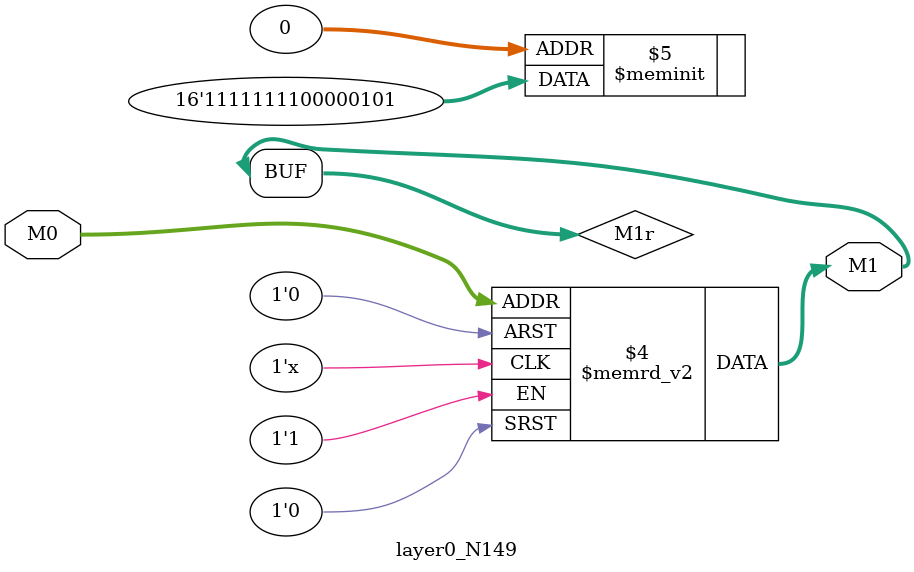
<source format=v>
module layer0_N149 ( input [2:0] M0, output [1:0] M1 );

	(*rom_style = "distributed" *) reg [1:0] M1r;
	assign M1 = M1r;
	always @ (M0) begin
		case (M0)
			3'b000: M1r = 2'b01;
			3'b100: M1r = 2'b11;
			3'b010: M1r = 2'b00;
			3'b110: M1r = 2'b11;
			3'b001: M1r = 2'b01;
			3'b101: M1r = 2'b11;
			3'b011: M1r = 2'b00;
			3'b111: M1r = 2'b11;

		endcase
	end
endmodule

</source>
